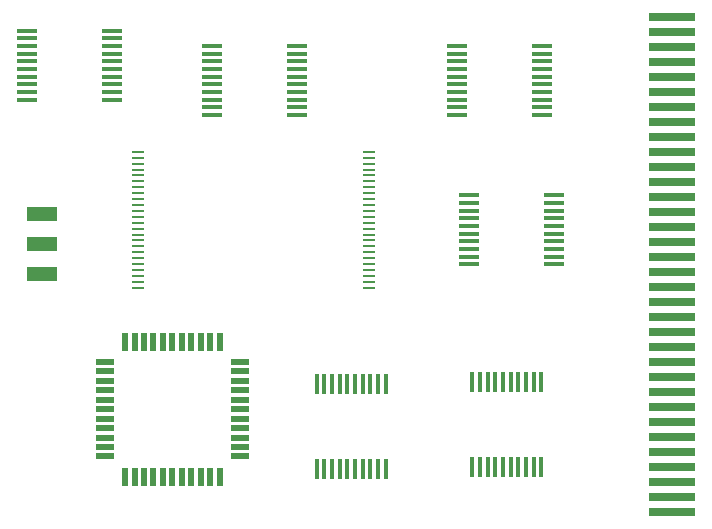
<source format=gtp>
G04 #@! TF.GenerationSoftware,KiCad,Pcbnew,5.1.2-f72e74a~84~ubuntu16.04.1*
G04 #@! TF.CreationDate,2019-06-15T11:53:25+02:00*
G04 #@! TF.ProjectId,sakura,73616b75-7261-42e6-9b69-6361645f7063,2.1.2019*
G04 #@! TF.SameCoordinates,Original*
G04 #@! TF.FileFunction,Paste,Top*
G04 #@! TF.FilePolarity,Positive*
%FSLAX46Y46*%
G04 Gerber Fmt 4.6, Leading zero omitted, Abs format (unit mm)*
G04 Created by KiCad (PCBNEW 5.1.2-f72e74a~84~ubuntu16.04.1) date 2019-06-15 11:53:25*
%MOMM*%
%LPD*%
G04 APERTURE LIST*
%ADD10R,4.000000X0.800000*%
%ADD11R,2.500000X1.250000*%
%ADD12R,1.750000X0.450000*%
%ADD13R,0.450000X1.750000*%
%ADD14R,1.100000X0.250000*%
%ADD15R,0.550000X1.500000*%
%ADD16R,1.500000X0.550000*%
G04 APERTURE END LIST*
D10*
X176464550Y-127593450D03*
X176464550Y-126323450D03*
X176464550Y-125053450D03*
X176464550Y-123783450D03*
X176464550Y-122513450D03*
X176464550Y-121243450D03*
X176464550Y-119973450D03*
X176464550Y-118703450D03*
X176464550Y-117433450D03*
X176464550Y-116163450D03*
X176464550Y-114893450D03*
X176464550Y-113623450D03*
X176464550Y-112353450D03*
X176464550Y-111083450D03*
X176464550Y-109813450D03*
X176464550Y-108543450D03*
X176464550Y-107273450D03*
X176464550Y-106003450D03*
X176464550Y-104733450D03*
X176464550Y-103463450D03*
X176464550Y-102193450D03*
X176464550Y-100923450D03*
X176464550Y-99653450D03*
X176464550Y-98383450D03*
X176464550Y-97113450D03*
X176464550Y-95843450D03*
X176464550Y-94573450D03*
X176464550Y-93303450D03*
X176464550Y-92033450D03*
X176464550Y-90763450D03*
X176464550Y-89493450D03*
X176464550Y-88223450D03*
X176464550Y-86953450D03*
X176464550Y-85683450D03*
D11*
X123170450Y-102431790D03*
X123170450Y-104931790D03*
X123170450Y-107431790D03*
D12*
X158234300Y-88154940D03*
X158234300Y-88804940D03*
X158234300Y-89454940D03*
X158234300Y-90104940D03*
X158234300Y-90754940D03*
X158234300Y-91404940D03*
X158234300Y-92054940D03*
X158234300Y-92704940D03*
X158234300Y-93354940D03*
X158234300Y-94004940D03*
X165434300Y-94004940D03*
X165434300Y-93354940D03*
X165434300Y-92704940D03*
X165434300Y-92054940D03*
X165434300Y-91404940D03*
X165434300Y-90754940D03*
X165434300Y-90104940D03*
X165434300Y-89454940D03*
X165434300Y-88804940D03*
X165434300Y-88154940D03*
X137554300Y-94004940D03*
X137554300Y-93354940D03*
X137554300Y-92704940D03*
X137554300Y-92054940D03*
X137554300Y-91404940D03*
X137554300Y-90754940D03*
X137554300Y-90104940D03*
X137554300Y-89454940D03*
X137554300Y-88804940D03*
X137554300Y-88154940D03*
X144754300Y-88154940D03*
X144754300Y-88804940D03*
X144754300Y-89454940D03*
X144754300Y-90104940D03*
X144754300Y-90754940D03*
X144754300Y-91404940D03*
X144754300Y-92054940D03*
X144754300Y-92704940D03*
X144754300Y-93354940D03*
X144754300Y-94004940D03*
X121884300Y-86864940D03*
X121884300Y-87514940D03*
X121884300Y-88164940D03*
X121884300Y-88814940D03*
X121884300Y-89464940D03*
X121884300Y-90114940D03*
X121884300Y-90764940D03*
X121884300Y-91414940D03*
X121884300Y-92064940D03*
X121884300Y-92714940D03*
X129084300Y-92714940D03*
X129084300Y-92064940D03*
X129084300Y-91414940D03*
X129084300Y-90764940D03*
X129084300Y-90114940D03*
X129084300Y-89464940D03*
X129084300Y-88814940D03*
X129084300Y-88164940D03*
X129084300Y-87514940D03*
X129084300Y-86864940D03*
D13*
X146379300Y-116769940D03*
X147029300Y-116769940D03*
X147679300Y-116769940D03*
X148329300Y-116769940D03*
X148979300Y-116769940D03*
X149629300Y-116769940D03*
X150279300Y-116769940D03*
X150929300Y-116769940D03*
X151579300Y-116769940D03*
X152229300Y-116769940D03*
X152229300Y-123969940D03*
X151579300Y-123969940D03*
X150929300Y-123969940D03*
X150279300Y-123969940D03*
X149629300Y-123969940D03*
X148979300Y-123969940D03*
X148329300Y-123969940D03*
X147679300Y-123969940D03*
X147029300Y-123969940D03*
X146379300Y-123969940D03*
X165409300Y-116639940D03*
X164759300Y-116639940D03*
X164109300Y-116639940D03*
X163459300Y-116639940D03*
X162809300Y-116639940D03*
X162159300Y-116639940D03*
X161509300Y-116639940D03*
X160859300Y-116639940D03*
X160209300Y-116639940D03*
X159559300Y-116639940D03*
X159559300Y-123839940D03*
X160209300Y-123839940D03*
X160859300Y-123839940D03*
X161509300Y-123839940D03*
X162159300Y-123839940D03*
X162809300Y-123839940D03*
X163459300Y-123839940D03*
X164109300Y-123839940D03*
X164759300Y-123839940D03*
X165409300Y-123839940D03*
D12*
X159274300Y-106654940D03*
X159274300Y-106004940D03*
X159274300Y-105354940D03*
X159274300Y-104704940D03*
X159274300Y-104054940D03*
X159274300Y-103404940D03*
X159274300Y-102754940D03*
X159274300Y-102104940D03*
X159274300Y-101454940D03*
X159274300Y-100804940D03*
X166474300Y-100804940D03*
X166474300Y-101454940D03*
X166474300Y-102104940D03*
X166474300Y-102754940D03*
X166474300Y-103404940D03*
X166474300Y-104054940D03*
X166474300Y-104704940D03*
X166474300Y-105354940D03*
X166474300Y-106004940D03*
X166474300Y-106654940D03*
D14*
X131294300Y-108629940D03*
X131294300Y-108129940D03*
X131294300Y-107629940D03*
X131294300Y-107129940D03*
X131294300Y-106629940D03*
X131294300Y-106129940D03*
X131294300Y-105629940D03*
X131294300Y-105129940D03*
X131294300Y-104629940D03*
X131294300Y-104129940D03*
X131294300Y-103629940D03*
X131294300Y-103129940D03*
X131294300Y-102629940D03*
X131294300Y-102129940D03*
X131294300Y-101629940D03*
X131294300Y-101129940D03*
X131294300Y-100629940D03*
X131294300Y-100129940D03*
X131294300Y-99629940D03*
X131294300Y-99129940D03*
X131294300Y-98629940D03*
X131294300Y-98129940D03*
X131294300Y-97629940D03*
X150794300Y-97129940D03*
X150794300Y-97629940D03*
X150794300Y-98129940D03*
X150794300Y-98629940D03*
X150794300Y-99129940D03*
X150794300Y-99629940D03*
X150794300Y-100129940D03*
X150794300Y-100629940D03*
X150794300Y-101129940D03*
X150794300Y-101629940D03*
X150794300Y-102129940D03*
X150794300Y-102629940D03*
X150794300Y-103129940D03*
X150794300Y-103629940D03*
X150794300Y-104129940D03*
X150794300Y-104629940D03*
X150794300Y-105129940D03*
X150794300Y-105629940D03*
X150794300Y-106129940D03*
X150794300Y-106629940D03*
X150794300Y-107129940D03*
X150794300Y-107629940D03*
X150794300Y-108129940D03*
X131294300Y-97129940D03*
X150794300Y-108629940D03*
D15*
X130164300Y-124619940D03*
X130964300Y-124619940D03*
X131764300Y-124619940D03*
X132564300Y-124619940D03*
X133364300Y-124619940D03*
X134164300Y-124619940D03*
X134964300Y-124619940D03*
X135764300Y-124619940D03*
X136564300Y-124619940D03*
X137364300Y-124619940D03*
X138164300Y-124619940D03*
D16*
X139864300Y-122919940D03*
X139864300Y-122119940D03*
X139864300Y-121319940D03*
X139864300Y-120519940D03*
X139864300Y-119719940D03*
X139864300Y-118919940D03*
X139864300Y-118119940D03*
X139864300Y-117319940D03*
X139864300Y-116519940D03*
X139864300Y-115719940D03*
X139864300Y-114919940D03*
D15*
X138164300Y-113219940D03*
X137364300Y-113219940D03*
X136564300Y-113219940D03*
X135764300Y-113219940D03*
X134964300Y-113219940D03*
X134164300Y-113219940D03*
X133364300Y-113219940D03*
X132564300Y-113219940D03*
X131764300Y-113219940D03*
X130964300Y-113219940D03*
X130164300Y-113219940D03*
D16*
X128464300Y-114919940D03*
X128464300Y-115719940D03*
X128464300Y-116519940D03*
X128464300Y-117319940D03*
X128464300Y-118119940D03*
X128464300Y-118919940D03*
X128464300Y-119719940D03*
X128464300Y-120519940D03*
X128464300Y-121319940D03*
X128464300Y-122119940D03*
X128464300Y-122919940D03*
M02*

</source>
